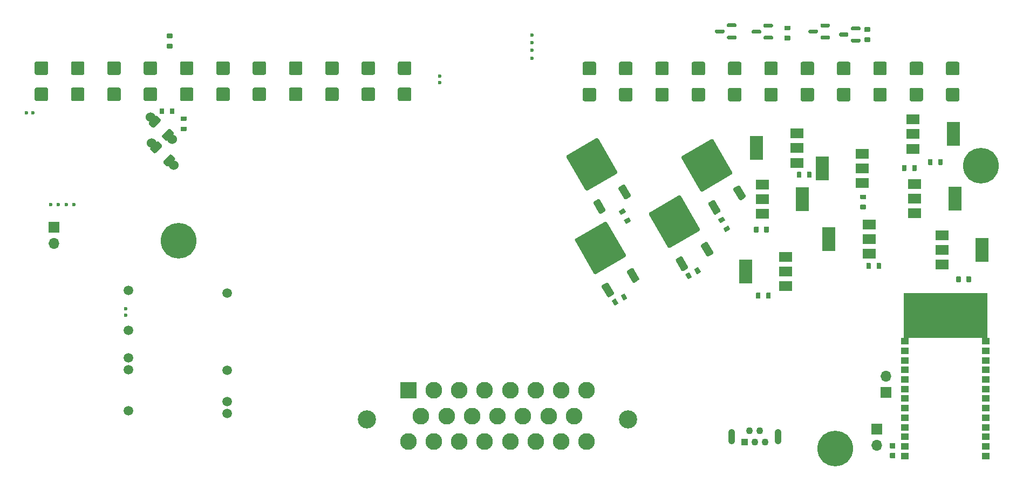
<source format=gts>
G04 #@! TF.GenerationSoftware,KiCad,Pcbnew,7.0.10-7.0.10~ubuntu22.04.1*
G04 #@! TF.CreationDate,2024-02-17T02:27:14+00:00*
G04 #@! TF.ProjectId,uaeficopiedtovfr,75616566-6963-46f7-9069-6564746f7666,rev?*
G04 #@! TF.SameCoordinates,Original*
G04 #@! TF.FileFunction,Soldermask,Top*
G04 #@! TF.FilePolarity,Negative*
%FSLAX46Y46*%
G04 Gerber Fmt 4.6, Leading zero omitted, Abs format (unit mm)*
G04 Created by KiCad (PCBNEW 7.0.10-7.0.10~ubuntu22.04.1) date 2024-02-17 02:27:14*
%MOMM*%
%LPD*%
G01*
G04 APERTURE LIST*
%ADD10C,0.120000*%
%ADD11R,2.000000X1.500000*%
%ADD12R,2.000000X3.800000*%
%ADD13C,5.600000*%
%ADD14R,1.700000X1.700000*%
%ADD15O,1.700000X1.700000*%
%ADD16C,0.600000*%
%ADD17C,1.500000*%
%ADD18C,2.850000*%
%ADD19R,2.625000X2.625000*%
%ADD20C,2.625000*%
%ADD21R,1.100000X1.100000*%
%ADD22C,1.100000*%
%ADD23O,1.100000X2.400000*%
%ADD24C,1.524000*%
%ADD25R,1.300000X1.000000*%
G04 APERTURE END LIST*
G04 #@! TO.C,U2*
D10*
X156759000Y22030000D02*
X143759000Y22030000D01*
X143759000Y29030000D01*
X156759000Y29030000D01*
X156759000Y22030000D01*
G36*
X156759000Y22030000D02*
G01*
X143759000Y22030000D01*
X143759000Y29030000D01*
X156759000Y29030000D01*
X156759000Y22030000D01*
G37*
G04 #@! TD*
D11*
G04 #@! TO.C,Q7*
X126954000Y49442000D03*
X126954000Y51742000D03*
X126954000Y54042000D03*
D12*
X120654000Y51742000D03*
G04 #@! TD*
G04 #@! TO.C,R32*
G36*
G01*
X149860000Y49943000D02*
X149860000Y49163000D01*
G75*
G02*
X149790000Y49093000I-70000J0D01*
G01*
X149230000Y49093000D01*
G75*
G02*
X149160000Y49163000I0J70000D01*
G01*
X149160000Y49943000D01*
G75*
G02*
X149230000Y50013000I70000J0D01*
G01*
X149790000Y50013000D01*
G75*
G02*
X149860000Y49943000I0J-70000D01*
G01*
G37*
G36*
G01*
X148260000Y49943000D02*
X148260000Y49163000D01*
G75*
G02*
X148190000Y49093000I-70000J0D01*
G01*
X147630000Y49093000D01*
G75*
G02*
X147560000Y49163000I0J70000D01*
G01*
X147560000Y49943000D01*
G75*
G02*
X147630000Y50013000I70000J0D01*
G01*
X148190000Y50013000D01*
G75*
G02*
X148260000Y49943000I0J-70000D01*
G01*
G37*
G04 #@! TD*
G04 #@! TO.C,R31*
G36*
G01*
X143477000Y48236928D02*
X143477000Y49016928D01*
G75*
G02*
X143547000Y49086928I70000J0D01*
G01*
X144107000Y49086928D01*
G75*
G02*
X144177000Y49016928I0J-70000D01*
G01*
X144177000Y48236928D01*
G75*
G02*
X144107000Y48166928I-70000J0D01*
G01*
X143547000Y48166928D01*
G75*
G02*
X143477000Y48236928I0J70000D01*
G01*
G37*
G36*
G01*
X145077000Y48236928D02*
X145077000Y49016928D01*
G75*
G02*
X145147000Y49086928I70000J0D01*
G01*
X145707000Y49086928D01*
G75*
G02*
X145777000Y49016928I0J-70000D01*
G01*
X145777000Y48236928D01*
G75*
G02*
X145707000Y48166928I-70000J0D01*
G01*
X145147000Y48166928D01*
G75*
G02*
X145077000Y48236928I0J70000D01*
G01*
G37*
G04 #@! TD*
G04 #@! TO.C,R29*
G36*
G01*
X137754928Y42142000D02*
X136974928Y42142000D01*
G75*
G02*
X136904928Y42212000I0J70000D01*
G01*
X136904928Y42772000D01*
G75*
G02*
X136974928Y42842000I70000J0D01*
G01*
X137754928Y42842000D01*
G75*
G02*
X137824928Y42772000I0J-70000D01*
G01*
X137824928Y42212000D01*
G75*
G02*
X137754928Y42142000I-70000J0D01*
G01*
G37*
G36*
G01*
X137754928Y43742000D02*
X136974928Y43742000D01*
G75*
G02*
X136904928Y43812000I0J70000D01*
G01*
X136904928Y44372000D01*
G75*
G02*
X136974928Y44442000I70000J0D01*
G01*
X137754928Y44442000D01*
G75*
G02*
X137824928Y44372000I0J-70000D01*
G01*
X137824928Y43812000D01*
G75*
G02*
X137754928Y43742000I-70000J0D01*
G01*
G37*
G04 #@! TD*
D11*
G04 #@! TO.C,Q9*
X125229000Y30059000D03*
X125229000Y32359000D03*
X125229000Y34659000D03*
D12*
X118929000Y32359000D03*
G04 #@! TD*
G04 #@! TO.C,Q1*
G36*
G01*
X114883109Y41670372D02*
X114276891Y41320372D01*
G75*
G02*
X113935385Y41411878I-125000J216506D01*
G01*
X113085385Y42884122D01*
G75*
G02*
X113176891Y43225628I216506J125000D01*
G01*
X113783109Y43575628D01*
G75*
G02*
X114124615Y43484122I125000J-216506D01*
G01*
X114974615Y42011878D01*
G75*
G02*
X114883109Y41670372I-216506J-125000D01*
G01*
G37*
G36*
G01*
X116749508Y47597680D02*
X112159569Y44947677D01*
G75*
G02*
X111818066Y45039182I-124999J216504D01*
G01*
X108868063Y50148737D01*
G75*
G02*
X108959569Y50490240I216504J124999D01*
G01*
X113549508Y53140243D01*
G75*
G02*
X113891010Y53048737I124998J-216504D01*
G01*
X116841013Y47939182D01*
G75*
G02*
X116749508Y47597680I-216504J-124998D01*
G01*
G37*
G36*
G01*
X118832185Y43950372D02*
X118225967Y43600372D01*
G75*
G02*
X117884461Y43691878I-125000J216506D01*
G01*
X117034461Y45164122D01*
G75*
G02*
X117125967Y45505628I216506J125000D01*
G01*
X117732185Y45855628D01*
G75*
G02*
X118073691Y45764122I125000J-216506D01*
G01*
X118923691Y44291878D01*
G75*
G02*
X118832185Y43950372I-216506J-125000D01*
G01*
G37*
G04 #@! TD*
G04 #@! TO.C,Q4*
G36*
G01*
X96852033Y41810372D02*
X96245815Y41460372D01*
G75*
G02*
X95904309Y41551878I-125000J216506D01*
G01*
X95054309Y43024122D01*
G75*
G02*
X95145815Y43365628I216506J125000D01*
G01*
X95752033Y43715628D01*
G75*
G02*
X96093539Y43624122I125000J-216506D01*
G01*
X96943539Y42151878D01*
G75*
G02*
X96852033Y41810372I-216506J-125000D01*
G01*
G37*
G36*
G01*
X98718432Y47737680D02*
X94128493Y45087677D01*
G75*
G02*
X93786990Y45179182I-124999J216504D01*
G01*
X90836987Y50288737D01*
G75*
G02*
X90928493Y50630240I216504J124999D01*
G01*
X95518432Y53280243D01*
G75*
G02*
X95859934Y53188737I124998J-216504D01*
G01*
X98809937Y48079182D01*
G75*
G02*
X98718432Y47737680I-216504J-124998D01*
G01*
G37*
G36*
G01*
X100801109Y44090372D02*
X100194891Y43740372D01*
G75*
G02*
X99853385Y43831878I-125000J216506D01*
G01*
X99003385Y45304122D01*
G75*
G02*
X99094891Y45645628I216506J125000D01*
G01*
X99701109Y45995628D01*
G75*
G02*
X100042615Y45904122I125000J-216506D01*
G01*
X100892615Y44431878D01*
G75*
G02*
X100801109Y44090372I-216506J-125000D01*
G01*
G37*
G04 #@! TD*
G04 #@! TO.C,R1*
G36*
G01*
X28957000Y67393000D02*
X28177000Y67393000D01*
G75*
G02*
X28107000Y67463000I0J70000D01*
G01*
X28107000Y68023000D01*
G75*
G02*
X28177000Y68093000I70000J0D01*
G01*
X28957000Y68093000D01*
G75*
G02*
X29027000Y68023000I0J-70000D01*
G01*
X29027000Y67463000D01*
G75*
G02*
X28957000Y67393000I-70000J0D01*
G01*
G37*
G36*
G01*
X28957000Y68993000D02*
X28177000Y68993000D01*
G75*
G02*
X28107000Y69063000I0J70000D01*
G01*
X28107000Y69623000D01*
G75*
G02*
X28177000Y69693000I70000J0D01*
G01*
X28957000Y69693000D01*
G75*
G02*
X29027000Y69623000I0J-70000D01*
G01*
X29027000Y69063000D01*
G75*
G02*
X28957000Y68993000I-70000J0D01*
G01*
G37*
G04 #@! TD*
D13*
G04 #@! TO.C,H2*
X29925000Y37242000D03*
G04 #@! TD*
G04 #@! TO.C,H1*
X155885000Y48938000D03*
G04 #@! TD*
D14*
G04 #@! TO.C,JP3*
X139494000Y7635000D03*
D15*
X139494000Y5095000D03*
G04 #@! TD*
G04 #@! TO.C,R30*
G36*
G01*
X140178000Y33631072D02*
X140178000Y32851072D01*
G75*
G02*
X140108000Y32781072I-70000J0D01*
G01*
X139548000Y32781072D01*
G75*
G02*
X139478000Y32851072I0J70000D01*
G01*
X139478000Y33631072D01*
G75*
G02*
X139548000Y33701072I70000J0D01*
G01*
X140108000Y33701072D01*
G75*
G02*
X140178000Y33631072I0J-70000D01*
G01*
G37*
G36*
G01*
X138578000Y33631072D02*
X138578000Y32851072D01*
G75*
G02*
X138508000Y32781072I-70000J0D01*
G01*
X137948000Y32781072D01*
G75*
G02*
X137878000Y32851072I0J70000D01*
G01*
X137878000Y33631072D01*
G75*
G02*
X137948000Y33701072I70000J0D01*
G01*
X138508000Y33701072D01*
G75*
G02*
X138578000Y33631072I0J-70000D01*
G01*
G37*
G04 #@! TD*
D16*
G04 #@! TO.C,M3*
X11118000Y42857000D03*
X9918000Y42857000D03*
X12318000Y42857000D03*
X13518000Y42857000D03*
X7058000Y57282000D03*
X6058000Y57282000D03*
G04 #@! TD*
G04 #@! TO.C,R2*
G36*
G01*
X29314000Y57922000D02*
X29314000Y57142000D01*
G75*
G02*
X29244000Y57072000I-70000J0D01*
G01*
X28684000Y57072000D01*
G75*
G02*
X28614000Y57142000I0J70000D01*
G01*
X28614000Y57922000D01*
G75*
G02*
X28684000Y57992000I70000J0D01*
G01*
X29244000Y57992000D01*
G75*
G02*
X29314000Y57922000I0J-70000D01*
G01*
G37*
G36*
G01*
X27714000Y57922000D02*
X27714000Y57142000D01*
G75*
G02*
X27644000Y57072000I-70000J0D01*
G01*
X27084000Y57072000D01*
G75*
G02*
X27014000Y57142000I0J70000D01*
G01*
X27014000Y57922000D01*
G75*
G02*
X27084000Y57992000I70000J0D01*
G01*
X27644000Y57992000D01*
G75*
G02*
X27714000Y57922000I0J-70000D01*
G01*
G37*
G04 #@! TD*
D11*
G04 #@! TO.C,Q14*
X138324000Y35162000D03*
X138324000Y37462000D03*
X138324000Y39762000D03*
D12*
X132024000Y37462000D03*
G04 #@! TD*
D14*
G04 #@! TO.C,JP2*
X10412000Y39352000D03*
D15*
X10412000Y36812000D03*
G04 #@! TD*
G04 #@! TO.C,Q3*
G36*
G01*
X109796109Y32814372D02*
X109189891Y32464372D01*
G75*
G02*
X108848385Y32555878I-125000J216506D01*
G01*
X107998385Y34028122D01*
G75*
G02*
X108089891Y34369628I216506J125000D01*
G01*
X108696109Y34719628D01*
G75*
G02*
X109037615Y34628122I125000J-216506D01*
G01*
X109887615Y33155878D01*
G75*
G02*
X109796109Y32814372I-216506J-125000D01*
G01*
G37*
G36*
G01*
X111662508Y38741680D02*
X107072569Y36091677D01*
G75*
G02*
X106731066Y36183182I-124999J216504D01*
G01*
X103781063Y41292737D01*
G75*
G02*
X103872569Y41634240I216504J124999D01*
G01*
X108462508Y44284243D01*
G75*
G02*
X108804010Y44192737I124998J-216504D01*
G01*
X111754013Y39083182D01*
G75*
G02*
X111662508Y38741680I-216504J-124998D01*
G01*
G37*
G36*
G01*
X113745185Y35094372D02*
X113138967Y34744372D01*
G75*
G02*
X112797461Y34835878I-125000J216506D01*
G01*
X111947461Y36308122D01*
G75*
G02*
X112038967Y36649628I216506J125000D01*
G01*
X112645185Y36999628D01*
G75*
G02*
X112986691Y36908122I125000J-216506D01*
G01*
X113836691Y35435878D01*
G75*
G02*
X113745185Y35094372I-216506J-125000D01*
G01*
G37*
G04 #@! TD*
D17*
G04 #@! TO.C,M1*
X22089005Y10557001D03*
X22089005Y16956998D03*
X22089005Y18857001D03*
X22089005Y23157001D03*
D16*
X21639006Y25556998D03*
X21639006Y26556999D03*
D17*
X22089005Y29407001D03*
X37589002Y10106999D03*
X37589002Y11956998D03*
X37589002Y16907001D03*
X37589002Y28956999D03*
G04 #@! TD*
G04 #@! TO.C,R26*
G36*
G01*
X125860000Y68649000D02*
X125080000Y68649000D01*
G75*
G02*
X125010000Y68719000I0J70000D01*
G01*
X125010000Y69279000D01*
G75*
G02*
X125080000Y69349000I70000J0D01*
G01*
X125860000Y69349000D01*
G75*
G02*
X125930000Y69279000I0J-70000D01*
G01*
X125930000Y68719000D01*
G75*
G02*
X125860000Y68649000I-70000J0D01*
G01*
G37*
G36*
G01*
X125860000Y70249000D02*
X125080000Y70249000D01*
G75*
G02*
X125010000Y70319000I0J70000D01*
G01*
X125010000Y70879000D01*
G75*
G02*
X125080000Y70949000I70000J0D01*
G01*
X125860000Y70949000D01*
G75*
G02*
X125930000Y70879000I0J-70000D01*
G01*
X125930000Y70319000D01*
G75*
G02*
X125860000Y70249000I-70000J0D01*
G01*
G37*
G04 #@! TD*
D11*
G04 #@! TO.C,Q13*
X137258000Y46252000D03*
X137258000Y48552000D03*
X137258000Y50852000D03*
D12*
X130958000Y48552000D03*
G04 #@! TD*
D11*
G04 #@! TO.C,Q8*
X121556000Y46011000D03*
X121556000Y43711000D03*
X121556000Y41411000D03*
D12*
X127856000Y43711000D03*
G04 #@! TD*
G04 #@! TO.C,C1*
G36*
G01*
X142344994Y3064999D02*
X141664994Y3064999D01*
G75*
G02*
X141579994Y3149999I0J85000D01*
G01*
X141579994Y3829999D01*
G75*
G02*
X141664994Y3914999I85000J0D01*
G01*
X142344994Y3914999D01*
G75*
G02*
X142429994Y3829999I0J-85000D01*
G01*
X142429994Y3149999D01*
G75*
G02*
X142344994Y3064999I-85000J0D01*
G01*
G37*
G36*
G01*
X142344994Y4645001D02*
X141664994Y4645001D01*
G75*
G02*
X141579994Y4730001I0J85000D01*
G01*
X141579994Y5410001D01*
G75*
G02*
X141664994Y5495001I85000J0D01*
G01*
X142344994Y5495001D01*
G75*
G02*
X142429994Y5410001I0J-85000D01*
G01*
X142429994Y4730001D01*
G75*
G02*
X142344994Y4645001I-85000J0D01*
G01*
G37*
G04 #@! TD*
G04 #@! TO.C,R10*
G36*
G01*
X98353071Y27066250D02*
X97963071Y27741750D01*
G75*
G02*
X97988693Y27837372I60622J35000D01*
G01*
X98473667Y28117372D01*
G75*
G02*
X98569289Y28091750I35000J-60622D01*
G01*
X98959289Y27416250D01*
G75*
G02*
X98933667Y27320628I-60622J-35000D01*
G01*
X98448693Y27040628D01*
G75*
G02*
X98353071Y27066250I-35000J60622D01*
G01*
G37*
G36*
G01*
X99738711Y27866250D02*
X99348711Y28541750D01*
G75*
G02*
X99374333Y28637372I60622J35000D01*
G01*
X99859307Y28917372D01*
G75*
G02*
X99954929Y28891750I35000J-60622D01*
G01*
X100344929Y28216250D01*
G75*
G02*
X100319307Y28120628I-60622J-35000D01*
G01*
X99834333Y27840628D01*
G75*
G02*
X99738711Y27866250I-35000J60622D01*
G01*
G37*
G04 #@! TD*
G04 #@! TO.C,R22*
G36*
G01*
X120254000Y38585928D02*
X120254000Y39365928D01*
G75*
G02*
X120324000Y39435928I70000J0D01*
G01*
X120884000Y39435928D01*
G75*
G02*
X120954000Y39365928I0J-70000D01*
G01*
X120954000Y38585928D01*
G75*
G02*
X120884000Y38515928I-70000J0D01*
G01*
X120324000Y38515928D01*
G75*
G02*
X120254000Y38585928I0J70000D01*
G01*
G37*
G36*
G01*
X121854000Y38585928D02*
X121854000Y39365928D01*
G75*
G02*
X121924000Y39435928I70000J0D01*
G01*
X122484000Y39435928D01*
G75*
G02*
X122554000Y39365928I0J-70000D01*
G01*
X122554000Y38585928D01*
G75*
G02*
X122484000Y38515928I-70000J0D01*
G01*
X121924000Y38515928D01*
G75*
G02*
X121854000Y38585928I0J70000D01*
G01*
G37*
G04 #@! TD*
G04 #@! TO.C,R11*
G36*
G01*
X109890071Y31201250D02*
X109500071Y31876750D01*
G75*
G02*
X109525693Y31972372I60622J35000D01*
G01*
X110010667Y32252372D01*
G75*
G02*
X110106289Y32226750I35000J-60622D01*
G01*
X110496289Y31551250D01*
G75*
G02*
X110470667Y31455628I-60622J-35000D01*
G01*
X109985693Y31175628D01*
G75*
G02*
X109890071Y31201250I-35000J60622D01*
G01*
G37*
G36*
G01*
X111275711Y32001250D02*
X110885711Y32676750D01*
G75*
G02*
X110911333Y32772372I60622J35000D01*
G01*
X111396307Y33052372D01*
G75*
G02*
X111491929Y33026750I35000J-60622D01*
G01*
X111881929Y32351250D01*
G75*
G02*
X111856307Y32255628I-60622J-35000D01*
G01*
X111371333Y31975628D01*
G75*
G02*
X111275711Y32001250I-35000J60622D01*
G01*
G37*
G04 #@! TD*
D18*
G04 #@! TO.C,J4*
X59507000Y9220000D03*
X100507000Y9220000D03*
D19*
X66007000Y13720000D03*
D20*
X70007000Y13720000D03*
X74007000Y13720000D03*
X78007000Y13720000D03*
X82007000Y13720000D03*
X86007000Y13720000D03*
X90007000Y13720000D03*
X94007000Y13720000D03*
X68007000Y9720000D03*
X72007000Y9720000D03*
X76007000Y9720000D03*
X80007000Y9720000D03*
X84007000Y9720000D03*
X88007000Y9720000D03*
X92007000Y9720000D03*
X66007000Y5720000D03*
X70007000Y5720000D03*
X74007000Y5720000D03*
X78007000Y5720000D03*
X82007000Y5720000D03*
X86007000Y5720000D03*
X90007000Y5720000D03*
X94007000Y5720000D03*
G04 #@! TD*
G04 #@! TO.C,Q2*
G36*
G01*
X98171571Y28713065D02*
X97565353Y28363065D01*
G75*
G02*
X97223847Y28454571I-125000J216506D01*
G01*
X96373847Y29926815D01*
G75*
G02*
X96465353Y30268321I216506J125000D01*
G01*
X97071571Y30618321D01*
G75*
G02*
X97413077Y30526815I125000J-216506D01*
G01*
X98263077Y29054571D01*
G75*
G02*
X98171571Y28713065I-216506J-125000D01*
G01*
G37*
G36*
G01*
X100037970Y34640373D02*
X95448031Y31990370D01*
G75*
G02*
X95106528Y32081875I-124999J216504D01*
G01*
X92156525Y37191430D01*
G75*
G02*
X92248031Y37532933I216504J124999D01*
G01*
X96837970Y40182936D01*
G75*
G02*
X97179472Y40091430I124998J-216504D01*
G01*
X100129475Y34981875D01*
G75*
G02*
X100037970Y34640373I-216504J-124998D01*
G01*
G37*
G36*
G01*
X102120647Y30993065D02*
X101514429Y30643065D01*
G75*
G02*
X101172923Y30734571I-125000J216506D01*
G01*
X100322923Y32206815D01*
G75*
G02*
X100414429Y32548321I216506J125000D01*
G01*
X101020647Y32898321D01*
G75*
G02*
X101362153Y32806815I125000J-216506D01*
G01*
X102212153Y31334571D01*
G75*
G02*
X102120647Y30993065I-216506J-125000D01*
G01*
G37*
G04 #@! TD*
G04 #@! TO.C,U1*
G36*
G01*
X150375000Y59331001D02*
X150375000Y60930999D01*
G75*
G02*
X150625001Y61181000I250001J0D01*
G01*
X152224999Y61181000D01*
G75*
G02*
X152475000Y60930999I0J-250001D01*
G01*
X152475000Y59331001D01*
G75*
G02*
X152224999Y59081000I-250001J0D01*
G01*
X150625001Y59081000D01*
G75*
G02*
X150375000Y59331001I0J250001D01*
G01*
G37*
G36*
G01*
X144675000Y59331001D02*
X144675000Y60930999D01*
G75*
G02*
X144925001Y61181000I250001J0D01*
G01*
X146524999Y61181000D01*
G75*
G02*
X146775000Y60930999I0J-250001D01*
G01*
X146775000Y59331001D01*
G75*
G02*
X146524999Y59081000I-250001J0D01*
G01*
X144925001Y59081000D01*
G75*
G02*
X144675000Y59331001I0J250001D01*
G01*
G37*
G36*
G01*
X138975000Y59331001D02*
X138975000Y60930999D01*
G75*
G02*
X139225001Y61181000I250001J0D01*
G01*
X140824999Y61181000D01*
G75*
G02*
X141075000Y60930999I0J-250001D01*
G01*
X141075000Y59331001D01*
G75*
G02*
X140824999Y59081000I-250001J0D01*
G01*
X139225001Y59081000D01*
G75*
G02*
X138975000Y59331001I0J250001D01*
G01*
G37*
G36*
G01*
X133275000Y59331001D02*
X133275000Y60930999D01*
G75*
G02*
X133525001Y61181000I250001J0D01*
G01*
X135124999Y61181000D01*
G75*
G02*
X135375000Y60930999I0J-250001D01*
G01*
X135375000Y59331001D01*
G75*
G02*
X135124999Y59081000I-250001J0D01*
G01*
X133525001Y59081000D01*
G75*
G02*
X133275000Y59331001I0J250001D01*
G01*
G37*
G36*
G01*
X127575000Y59331001D02*
X127575000Y60930999D01*
G75*
G02*
X127825001Y61181000I250001J0D01*
G01*
X129424999Y61181000D01*
G75*
G02*
X129675000Y60930999I0J-250001D01*
G01*
X129675000Y59331001D01*
G75*
G02*
X129424999Y59081000I-250001J0D01*
G01*
X127825001Y59081000D01*
G75*
G02*
X127575000Y59331001I0J250001D01*
G01*
G37*
G36*
G01*
X121875000Y59331001D02*
X121875000Y60930999D01*
G75*
G02*
X122125001Y61181000I250001J0D01*
G01*
X123724999Y61181000D01*
G75*
G02*
X123975000Y60930999I0J-250001D01*
G01*
X123975000Y59331001D01*
G75*
G02*
X123724999Y59081000I-250001J0D01*
G01*
X122125001Y59081000D01*
G75*
G02*
X121875000Y59331001I0J250001D01*
G01*
G37*
G36*
G01*
X116175000Y59331001D02*
X116175000Y60930999D01*
G75*
G02*
X116425001Y61181000I250001J0D01*
G01*
X118024999Y61181000D01*
G75*
G02*
X118275000Y60930999I0J-250001D01*
G01*
X118275000Y59331001D01*
G75*
G02*
X118024999Y59081000I-250001J0D01*
G01*
X116425001Y59081000D01*
G75*
G02*
X116175000Y59331001I0J250001D01*
G01*
G37*
G36*
G01*
X110475000Y59331001D02*
X110475000Y60930999D01*
G75*
G02*
X110725001Y61181000I250001J0D01*
G01*
X112324999Y61181000D01*
G75*
G02*
X112575000Y60930999I0J-250001D01*
G01*
X112575000Y59331001D01*
G75*
G02*
X112324999Y59081000I-250001J0D01*
G01*
X110725001Y59081000D01*
G75*
G02*
X110475000Y59331001I0J250001D01*
G01*
G37*
G36*
G01*
X104775000Y59331001D02*
X104775000Y60930999D01*
G75*
G02*
X105025001Y61181000I250001J0D01*
G01*
X106624999Y61181000D01*
G75*
G02*
X106875000Y60930999I0J-250001D01*
G01*
X106875000Y59331001D01*
G75*
G02*
X106624999Y59081000I-250001J0D01*
G01*
X105025001Y59081000D01*
G75*
G02*
X104775000Y59331001I0J250001D01*
G01*
G37*
G36*
G01*
X99075000Y59331001D02*
X99075000Y60930999D01*
G75*
G02*
X99325001Y61181000I250001J0D01*
G01*
X100924999Y61181000D01*
G75*
G02*
X101175000Y60930999I0J-250001D01*
G01*
X101175000Y59331001D01*
G75*
G02*
X100924999Y59081000I-250001J0D01*
G01*
X99325001Y59081000D01*
G75*
G02*
X99075000Y59331001I0J250001D01*
G01*
G37*
G36*
G01*
X93375000Y59331001D02*
X93375000Y60930999D01*
G75*
G02*
X93625001Y61181000I250001J0D01*
G01*
X95224999Y61181000D01*
G75*
G02*
X95475000Y60930999I0J-250001D01*
G01*
X95475000Y59331001D01*
G75*
G02*
X95224999Y59081000I-250001J0D01*
G01*
X93625001Y59081000D01*
G75*
G02*
X93375000Y59331001I0J250001D01*
G01*
G37*
G36*
G01*
X150375000Y63431001D02*
X150375000Y65030999D01*
G75*
G02*
X150625001Y65281000I250001J0D01*
G01*
X152224999Y65281000D01*
G75*
G02*
X152475000Y65030999I0J-250001D01*
G01*
X152475000Y63431001D01*
G75*
G02*
X152224999Y63181000I-250001J0D01*
G01*
X150625001Y63181000D01*
G75*
G02*
X150375000Y63431001I0J250001D01*
G01*
G37*
G36*
G01*
X144675000Y63431001D02*
X144675000Y65030999D01*
G75*
G02*
X144925001Y65281000I250001J0D01*
G01*
X146524999Y65281000D01*
G75*
G02*
X146775000Y65030999I0J-250001D01*
G01*
X146775000Y63431001D01*
G75*
G02*
X146524999Y63181000I-250001J0D01*
G01*
X144925001Y63181000D01*
G75*
G02*
X144675000Y63431001I0J250001D01*
G01*
G37*
G36*
G01*
X138975000Y63431001D02*
X138975000Y65030999D01*
G75*
G02*
X139225001Y65281000I250001J0D01*
G01*
X140824999Y65281000D01*
G75*
G02*
X141075000Y65030999I0J-250001D01*
G01*
X141075000Y63431001D01*
G75*
G02*
X140824999Y63181000I-250001J0D01*
G01*
X139225001Y63181000D01*
G75*
G02*
X138975000Y63431001I0J250001D01*
G01*
G37*
G36*
G01*
X133275000Y63431001D02*
X133275000Y65030999D01*
G75*
G02*
X133525001Y65281000I250001J0D01*
G01*
X135124999Y65281000D01*
G75*
G02*
X135375000Y65030999I0J-250001D01*
G01*
X135375000Y63431001D01*
G75*
G02*
X135124999Y63181000I-250001J0D01*
G01*
X133525001Y63181000D01*
G75*
G02*
X133275000Y63431001I0J250001D01*
G01*
G37*
G36*
G01*
X127575000Y63431001D02*
X127575000Y65030999D01*
G75*
G02*
X127825001Y65281000I250001J0D01*
G01*
X129424999Y65281000D01*
G75*
G02*
X129675000Y65030999I0J-250001D01*
G01*
X129675000Y63431001D01*
G75*
G02*
X129424999Y63181000I-250001J0D01*
G01*
X127825001Y63181000D01*
G75*
G02*
X127575000Y63431001I0J250001D01*
G01*
G37*
G36*
G01*
X121875000Y63431001D02*
X121875000Y65030999D01*
G75*
G02*
X122125001Y65281000I250001J0D01*
G01*
X123724999Y65281000D01*
G75*
G02*
X123975000Y65030999I0J-250001D01*
G01*
X123975000Y63431001D01*
G75*
G02*
X123724999Y63181000I-250001J0D01*
G01*
X122125001Y63181000D01*
G75*
G02*
X121875000Y63431001I0J250001D01*
G01*
G37*
G36*
G01*
X116175000Y63431001D02*
X116175000Y65030999D01*
G75*
G02*
X116425001Y65281000I250001J0D01*
G01*
X118024999Y65281000D01*
G75*
G02*
X118275000Y65030999I0J-250001D01*
G01*
X118275000Y63431001D01*
G75*
G02*
X118024999Y63181000I-250001J0D01*
G01*
X116425001Y63181000D01*
G75*
G02*
X116175000Y63431001I0J250001D01*
G01*
G37*
G36*
G01*
X110475000Y63431001D02*
X110475000Y65030999D01*
G75*
G02*
X110725001Y65281000I250001J0D01*
G01*
X112324999Y65281000D01*
G75*
G02*
X112575000Y65030999I0J-250001D01*
G01*
X112575000Y63431001D01*
G75*
G02*
X112324999Y63181000I-250001J0D01*
G01*
X110725001Y63181000D01*
G75*
G02*
X110475000Y63431001I0J250001D01*
G01*
G37*
G36*
G01*
X104775000Y63431001D02*
X104775000Y65030999D01*
G75*
G02*
X105025001Y65281000I250001J0D01*
G01*
X106624999Y65281000D01*
G75*
G02*
X106875000Y65030999I0J-250001D01*
G01*
X106875000Y63431001D01*
G75*
G02*
X106624999Y63181000I-250001J0D01*
G01*
X105025001Y63181000D01*
G75*
G02*
X104775000Y63431001I0J250001D01*
G01*
G37*
G36*
G01*
X99075000Y63431001D02*
X99075000Y65030999D01*
G75*
G02*
X99325001Y65281000I250001J0D01*
G01*
X100924999Y65281000D01*
G75*
G02*
X101175000Y65030999I0J-250001D01*
G01*
X101175000Y63431001D01*
G75*
G02*
X100924999Y63181000I-250001J0D01*
G01*
X99325001Y63181000D01*
G75*
G02*
X99075000Y63431001I0J250001D01*
G01*
G37*
G36*
G01*
X93375000Y63431001D02*
X93375000Y65030999D01*
G75*
G02*
X93625001Y65281000I250001J0D01*
G01*
X95224999Y65281000D01*
G75*
G02*
X95475000Y65030999I0J-250001D01*
G01*
X95475000Y63431001D01*
G75*
G02*
X95224999Y63181000I-250001J0D01*
G01*
X93625001Y63181000D01*
G75*
G02*
X93375000Y63431001I0J250001D01*
G01*
G37*
G36*
G01*
X64375000Y59381001D02*
X64375000Y60980999D01*
G75*
G02*
X64625001Y61231000I250001J0D01*
G01*
X66224999Y61231000D01*
G75*
G02*
X66475000Y60980999I0J-250001D01*
G01*
X66475000Y59381001D01*
G75*
G02*
X66224999Y59131000I-250001J0D01*
G01*
X64625001Y59131000D01*
G75*
G02*
X64375000Y59381001I0J250001D01*
G01*
G37*
G36*
G01*
X58675000Y59381001D02*
X58675000Y60980999D01*
G75*
G02*
X58925001Y61231000I250001J0D01*
G01*
X60524999Y61231000D01*
G75*
G02*
X60775000Y60980999I0J-250001D01*
G01*
X60775000Y59381001D01*
G75*
G02*
X60524999Y59131000I-250001J0D01*
G01*
X58925001Y59131000D01*
G75*
G02*
X58675000Y59381001I0J250001D01*
G01*
G37*
G36*
G01*
X52975000Y59381001D02*
X52975000Y60980999D01*
G75*
G02*
X53225001Y61231000I250001J0D01*
G01*
X54824999Y61231000D01*
G75*
G02*
X55075000Y60980999I0J-250001D01*
G01*
X55075000Y59381001D01*
G75*
G02*
X54824999Y59131000I-250001J0D01*
G01*
X53225001Y59131000D01*
G75*
G02*
X52975000Y59381001I0J250001D01*
G01*
G37*
G36*
G01*
X47275000Y59381001D02*
X47275000Y60980999D01*
G75*
G02*
X47525001Y61231000I250001J0D01*
G01*
X49124999Y61231000D01*
G75*
G02*
X49375000Y60980999I0J-250001D01*
G01*
X49375000Y59381001D01*
G75*
G02*
X49124999Y59131000I-250001J0D01*
G01*
X47525001Y59131000D01*
G75*
G02*
X47275000Y59381001I0J250001D01*
G01*
G37*
G36*
G01*
X41575000Y59381001D02*
X41575000Y60980999D01*
G75*
G02*
X41825001Y61231000I250001J0D01*
G01*
X43424999Y61231000D01*
G75*
G02*
X43675000Y60980999I0J-250001D01*
G01*
X43675000Y59381001D01*
G75*
G02*
X43424999Y59131000I-250001J0D01*
G01*
X41825001Y59131000D01*
G75*
G02*
X41575000Y59381001I0J250001D01*
G01*
G37*
G36*
G01*
X35875000Y59381001D02*
X35875000Y60980999D01*
G75*
G02*
X36125001Y61231000I250001J0D01*
G01*
X37724999Y61231000D01*
G75*
G02*
X37975000Y60980999I0J-250001D01*
G01*
X37975000Y59381001D01*
G75*
G02*
X37724999Y59131000I-250001J0D01*
G01*
X36125001Y59131000D01*
G75*
G02*
X35875000Y59381001I0J250001D01*
G01*
G37*
G36*
G01*
X30175000Y59381001D02*
X30175000Y60980999D01*
G75*
G02*
X30425001Y61231000I250001J0D01*
G01*
X32024999Y61231000D01*
G75*
G02*
X32275000Y60980999I0J-250001D01*
G01*
X32275000Y59381001D01*
G75*
G02*
X32024999Y59131000I-250001J0D01*
G01*
X30425001Y59131000D01*
G75*
G02*
X30175000Y59381001I0J250001D01*
G01*
G37*
G36*
G01*
X24475000Y59381001D02*
X24475000Y60980999D01*
G75*
G02*
X24725001Y61231000I250001J0D01*
G01*
X26324999Y61231000D01*
G75*
G02*
X26575000Y60980999I0J-250001D01*
G01*
X26575000Y59381001D01*
G75*
G02*
X26324999Y59131000I-250001J0D01*
G01*
X24725001Y59131000D01*
G75*
G02*
X24475000Y59381001I0J250001D01*
G01*
G37*
G36*
G01*
X18775000Y59381001D02*
X18775000Y60980999D01*
G75*
G02*
X19025001Y61231000I250001J0D01*
G01*
X20624999Y61231000D01*
G75*
G02*
X20875000Y60980999I0J-250001D01*
G01*
X20875000Y59381001D01*
G75*
G02*
X20624999Y59131000I-250001J0D01*
G01*
X19025001Y59131000D01*
G75*
G02*
X18775000Y59381001I0J250001D01*
G01*
G37*
G36*
G01*
X13075000Y59381001D02*
X13075000Y60980999D01*
G75*
G02*
X13325001Y61231000I250001J0D01*
G01*
X14924999Y61231000D01*
G75*
G02*
X15175000Y60980999I0J-250001D01*
G01*
X15175000Y59381001D01*
G75*
G02*
X14924999Y59131000I-250001J0D01*
G01*
X13325001Y59131000D01*
G75*
G02*
X13075000Y59381001I0J250001D01*
G01*
G37*
G36*
G01*
X7375000Y59381001D02*
X7375000Y60980999D01*
G75*
G02*
X7625001Y61231000I250001J0D01*
G01*
X9224999Y61231000D01*
G75*
G02*
X9475000Y60980999I0J-250001D01*
G01*
X9475000Y59381001D01*
G75*
G02*
X9224999Y59131000I-250001J0D01*
G01*
X7625001Y59131000D01*
G75*
G02*
X7375000Y59381001I0J250001D01*
G01*
G37*
G36*
G01*
X64375000Y63481001D02*
X64375000Y65080999D01*
G75*
G02*
X64625001Y65331000I250001J0D01*
G01*
X66224999Y65331000D01*
G75*
G02*
X66475000Y65080999I0J-250001D01*
G01*
X66475000Y63481001D01*
G75*
G02*
X66224999Y63231000I-250001J0D01*
G01*
X64625001Y63231000D01*
G75*
G02*
X64375000Y63481001I0J250001D01*
G01*
G37*
G36*
G01*
X58675000Y63481001D02*
X58675000Y65080999D01*
G75*
G02*
X58925001Y65331000I250001J0D01*
G01*
X60524999Y65331000D01*
G75*
G02*
X60775000Y65080999I0J-250001D01*
G01*
X60775000Y63481001D01*
G75*
G02*
X60524999Y63231000I-250001J0D01*
G01*
X58925001Y63231000D01*
G75*
G02*
X58675000Y63481001I0J250001D01*
G01*
G37*
G36*
G01*
X52975000Y63481001D02*
X52975000Y65080999D01*
G75*
G02*
X53225001Y65331000I250001J0D01*
G01*
X54824999Y65331000D01*
G75*
G02*
X55075000Y65080999I0J-250001D01*
G01*
X55075000Y63481001D01*
G75*
G02*
X54824999Y63231000I-250001J0D01*
G01*
X53225001Y63231000D01*
G75*
G02*
X52975000Y63481001I0J250001D01*
G01*
G37*
G36*
G01*
X47275000Y63481001D02*
X47275000Y65080999D01*
G75*
G02*
X47525001Y65331000I250001J0D01*
G01*
X49124999Y65331000D01*
G75*
G02*
X49375000Y65080999I0J-250001D01*
G01*
X49375000Y63481001D01*
G75*
G02*
X49124999Y63231000I-250001J0D01*
G01*
X47525001Y63231000D01*
G75*
G02*
X47275000Y63481001I0J250001D01*
G01*
G37*
G36*
G01*
X41575000Y63481001D02*
X41575000Y65080999D01*
G75*
G02*
X41825001Y65331000I250001J0D01*
G01*
X43424999Y65331000D01*
G75*
G02*
X43675000Y65080999I0J-250001D01*
G01*
X43675000Y63481001D01*
G75*
G02*
X43424999Y63231000I-250001J0D01*
G01*
X41825001Y63231000D01*
G75*
G02*
X41575000Y63481001I0J250001D01*
G01*
G37*
G36*
G01*
X35875000Y63481001D02*
X35875000Y65080999D01*
G75*
G02*
X36125001Y65331000I250001J0D01*
G01*
X37724999Y65331000D01*
G75*
G02*
X37975000Y65080999I0J-250001D01*
G01*
X37975000Y63481001D01*
G75*
G02*
X37724999Y63231000I-250001J0D01*
G01*
X36125001Y63231000D01*
G75*
G02*
X35875000Y63481001I0J250001D01*
G01*
G37*
G36*
G01*
X30175000Y63481001D02*
X30175000Y65080999D01*
G75*
G02*
X30425001Y65331000I250001J0D01*
G01*
X32024999Y65331000D01*
G75*
G02*
X32275000Y65080999I0J-250001D01*
G01*
X32275000Y63481001D01*
G75*
G02*
X32024999Y63231000I-250001J0D01*
G01*
X30425001Y63231000D01*
G75*
G02*
X30175000Y63481001I0J250001D01*
G01*
G37*
G36*
G01*
X24475000Y63481001D02*
X24475000Y65080999D01*
G75*
G02*
X24725001Y65331000I250001J0D01*
G01*
X26324999Y65331000D01*
G75*
G02*
X26575000Y65080999I0J-250001D01*
G01*
X26575000Y63481001D01*
G75*
G02*
X26324999Y63231000I-250001J0D01*
G01*
X24725001Y63231000D01*
G75*
G02*
X24475000Y63481001I0J250001D01*
G01*
G37*
G36*
G01*
X18775000Y63481001D02*
X18775000Y65080999D01*
G75*
G02*
X19025001Y65331000I250001J0D01*
G01*
X20624999Y65331000D01*
G75*
G02*
X20875000Y65080999I0J-250001D01*
G01*
X20875000Y63481001D01*
G75*
G02*
X20624999Y63231000I-250001J0D01*
G01*
X19025001Y63231000D01*
G75*
G02*
X18775000Y63481001I0J250001D01*
G01*
G37*
G36*
G01*
X13075000Y63481001D02*
X13075000Y65080999D01*
G75*
G02*
X13325001Y65331000I250001J0D01*
G01*
X14924999Y65331000D01*
G75*
G02*
X15175000Y65080999I0J-250001D01*
G01*
X15175000Y63481001D01*
G75*
G02*
X14924999Y63231000I-250001J0D01*
G01*
X13325001Y63231000D01*
G75*
G02*
X13075000Y63481001I0J250001D01*
G01*
G37*
G36*
G01*
X7375000Y63481001D02*
X7375000Y65080999D01*
G75*
G02*
X7625001Y65331000I250001J0D01*
G01*
X9224999Y65331000D01*
G75*
G02*
X9475000Y65080999I0J-250001D01*
G01*
X9475000Y63481001D01*
G75*
G02*
X9224999Y63231000I-250001J0D01*
G01*
X7625001Y63231000D01*
G75*
G02*
X7375000Y63481001I0J250001D01*
G01*
G37*
G04 #@! TD*
D16*
G04 #@! TO.C,M4*
X85383000Y67056000D03*
X85383000Y65856000D03*
X85383000Y68256000D03*
X85383000Y69456000D03*
X70958000Y62996000D03*
X70958000Y61996000D03*
G04 #@! TD*
G04 #@! TO.C,R21*
G36*
G01*
X129276000Y47948000D02*
X129276000Y47168000D01*
G75*
G02*
X129206000Y47098000I-70000J0D01*
G01*
X128646000Y47098000D01*
G75*
G02*
X128576000Y47168000I0J70000D01*
G01*
X128576000Y47948000D01*
G75*
G02*
X128646000Y48018000I70000J0D01*
G01*
X129206000Y48018000D01*
G75*
G02*
X129276000Y47948000I0J-70000D01*
G01*
G37*
G36*
G01*
X127676000Y47948000D02*
X127676000Y47168000D01*
G75*
G02*
X127606000Y47098000I-70000J0D01*
G01*
X127046000Y47098000D01*
G75*
G02*
X126976000Y47168000I0J70000D01*
G01*
X126976000Y47948000D01*
G75*
G02*
X127046000Y48018000I70000J0D01*
G01*
X127606000Y48018000D01*
G75*
G02*
X127676000Y47948000I0J-70000D01*
G01*
G37*
G04 #@! TD*
G04 #@! TO.C,R24*
G36*
G01*
X154292000Y31558000D02*
X154292000Y30778000D01*
G75*
G02*
X154222000Y30708000I-70000J0D01*
G01*
X153662000Y30708000D01*
G75*
G02*
X153592000Y30778000I0J70000D01*
G01*
X153592000Y31558000D01*
G75*
G02*
X153662000Y31628000I70000J0D01*
G01*
X154222000Y31628000D01*
G75*
G02*
X154292000Y31558000I0J-70000D01*
G01*
G37*
G36*
G01*
X152692000Y31558000D02*
X152692000Y30778000D01*
G75*
G02*
X152622000Y30708000I-70000J0D01*
G01*
X152062000Y30708000D01*
G75*
G02*
X151992000Y30778000I0J70000D01*
G01*
X151992000Y31558000D01*
G75*
G02*
X152062000Y31628000I70000J0D01*
G01*
X152622000Y31628000D01*
G75*
G02*
X152692000Y31558000I0J-70000D01*
G01*
G37*
G04 #@! TD*
D13*
G04 #@! TO.C,H1*
X132964000Y4651000D03*
G04 #@! TD*
D14*
G04 #@! TO.C,JP1*
X140970000Y13451000D03*
D15*
X140970000Y15991000D03*
G04 #@! TD*
G04 #@! TO.C,D7*
G36*
G01*
X117495000Y69249000D02*
X117495000Y68949000D01*
G75*
G02*
X117345000Y68799000I-150000J0D01*
G01*
X116170000Y68799000D01*
G75*
G02*
X116020000Y68949000I0J150000D01*
G01*
X116020000Y69249000D01*
G75*
G02*
X116170000Y69399000I150000J0D01*
G01*
X117345000Y69399000D01*
G75*
G02*
X117495000Y69249000I0J-150000D01*
G01*
G37*
G36*
G01*
X115620000Y70199000D02*
X115620000Y69899000D01*
G75*
G02*
X115470000Y69749000I-150000J0D01*
G01*
X114295000Y69749000D01*
G75*
G02*
X114145000Y69899000I0J150000D01*
G01*
X114145000Y70199000D01*
G75*
G02*
X114295000Y70349000I150000J0D01*
G01*
X115470000Y70349000D01*
G75*
G02*
X115620000Y70199000I0J-150000D01*
G01*
G37*
G36*
G01*
X117495000Y71149000D02*
X117495000Y70849000D01*
G75*
G02*
X117345000Y70699000I-150000J0D01*
G01*
X116170000Y70699000D01*
G75*
G02*
X116020000Y70849000I0J150000D01*
G01*
X116020000Y71149000D01*
G75*
G02*
X116170000Y71299000I150000J0D01*
G01*
X117345000Y71299000D01*
G75*
G02*
X117495000Y71149000I0J-150000D01*
G01*
G37*
G04 #@! TD*
D11*
G04 #@! TO.C,Q15*
X145484000Y46095000D03*
X145484000Y43795000D03*
X145484000Y41495000D03*
D12*
X151784000Y43795000D03*
G04 #@! TD*
D21*
G04 #@! TO.C,J8*
X118752000Y5627000D03*
D22*
X119552000Y7377000D03*
X120352000Y5627000D03*
X121152000Y7377000D03*
X121952000Y5627000D03*
D23*
X116702000Y6502000D03*
X124002000Y6502000D03*
G04 #@! TD*
G04 #@! TO.C,R25*
G36*
G01*
X138410000Y68399000D02*
X137630000Y68399000D01*
G75*
G02*
X137560000Y68469000I0J70000D01*
G01*
X137560000Y69029000D01*
G75*
G02*
X137630000Y69099000I70000J0D01*
G01*
X138410000Y69099000D01*
G75*
G02*
X138480000Y69029000I0J-70000D01*
G01*
X138480000Y68469000D01*
G75*
G02*
X138410000Y68399000I-70000J0D01*
G01*
G37*
G36*
G01*
X138410000Y69999000D02*
X137630000Y69999000D01*
G75*
G02*
X137560000Y70069000I0J70000D01*
G01*
X137560000Y70629000D01*
G75*
G02*
X137630000Y70699000I70000J0D01*
G01*
X138410000Y70699000D01*
G75*
G02*
X138480000Y70629000I0J-70000D01*
G01*
X138480000Y70069000D01*
G75*
G02*
X138410000Y69999000I-70000J0D01*
G01*
G37*
G04 #@! TD*
G04 #@! TO.C,R9*
G36*
G01*
X114665250Y40583929D02*
X115340750Y40973929D01*
G75*
G02*
X115436372Y40948307I35000J-60622D01*
G01*
X115716372Y40463333D01*
G75*
G02*
X115690750Y40367711I-60622J-35000D01*
G01*
X115015250Y39977711D01*
G75*
G02*
X114919628Y40003333I-35000J60622D01*
G01*
X114639628Y40488307D01*
G75*
G02*
X114665250Y40583929I60622J35000D01*
G01*
G37*
G36*
G01*
X115465250Y39198289D02*
X116140750Y39588289D01*
G75*
G02*
X116236372Y39562667I35000J-60622D01*
G01*
X116516372Y39077693D01*
G75*
G02*
X116490750Y38982071I-60622J-35000D01*
G01*
X115815250Y38592071D01*
G75*
G02*
X115719628Y38617693I-35000J60622D01*
G01*
X115439628Y39102667D01*
G75*
G02*
X115465250Y39198289I60622J35000D01*
G01*
G37*
G04 #@! TD*
G04 #@! TO.C,R15*
G36*
G01*
X100900750Y40266251D02*
X100225250Y39876251D01*
G75*
G02*
X100129628Y39901873I-35000J60622D01*
G01*
X99849628Y40386847D01*
G75*
G02*
X99875250Y40482469I60622J35000D01*
G01*
X100550750Y40872469D01*
G75*
G02*
X100646372Y40846847I35000J-60622D01*
G01*
X100926372Y40361873D01*
G75*
G02*
X100900750Y40266251I-60622J-35000D01*
G01*
G37*
G36*
G01*
X100100750Y41651891D02*
X99425250Y41261891D01*
G75*
G02*
X99329628Y41287513I-35000J60622D01*
G01*
X99049628Y41772487D01*
G75*
G02*
X99075250Y41868109I60622J35000D01*
G01*
X99750750Y42258109D01*
G75*
G02*
X99846372Y42232487I35000J-60622D01*
G01*
X100126372Y41747513D01*
G75*
G02*
X100100750Y41651891I-60622J-35000D01*
G01*
G37*
G04 #@! TD*
D11*
G04 #@! TO.C,Q10*
X149737000Y38082000D03*
X149737000Y35782000D03*
X149737000Y33482000D03*
D12*
X156037000Y35782000D03*
G04 #@! TD*
G04 #@! TO.C,Q12*
G36*
G01*
X123232500Y69199000D02*
X123232500Y68899000D01*
G75*
G02*
X123082500Y68749000I-150000J0D01*
G01*
X121907500Y68749000D01*
G75*
G02*
X121757500Y68899000I0J150000D01*
G01*
X121757500Y69199000D01*
G75*
G02*
X121907500Y69349000I150000J0D01*
G01*
X123082500Y69349000D01*
G75*
G02*
X123232500Y69199000I0J-150000D01*
G01*
G37*
G36*
G01*
X121357500Y70149000D02*
X121357500Y69849000D01*
G75*
G02*
X121207500Y69699000I-150000J0D01*
G01*
X120032500Y69699000D01*
G75*
G02*
X119882500Y69849000I0J150000D01*
G01*
X119882500Y70149000D01*
G75*
G02*
X120032500Y70299000I150000J0D01*
G01*
X121207500Y70299000D01*
G75*
G02*
X121357500Y70149000I0J-150000D01*
G01*
G37*
G36*
G01*
X123232500Y71099000D02*
X123232500Y70799000D01*
G75*
G02*
X123082500Y70649000I-150000J0D01*
G01*
X121907500Y70649000D01*
G75*
G02*
X121757500Y70799000I0J150000D01*
G01*
X121757500Y71099000D01*
G75*
G02*
X121907500Y71249000I150000J0D01*
G01*
X123082500Y71249000D01*
G75*
G02*
X123232500Y71099000I0J-150000D01*
G01*
G37*
G04 #@! TD*
G04 #@! TO.C,D6*
G36*
G01*
X132152000Y69230000D02*
X132152000Y68930000D01*
G75*
G02*
X132002000Y68780000I-150000J0D01*
G01*
X130827000Y68780000D01*
G75*
G02*
X130677000Y68930000I0J150000D01*
G01*
X130677000Y69230000D01*
G75*
G02*
X130827000Y69380000I150000J0D01*
G01*
X132002000Y69380000D01*
G75*
G02*
X132152000Y69230000I0J-150000D01*
G01*
G37*
G36*
G01*
X130277000Y70180000D02*
X130277000Y69880000D01*
G75*
G02*
X130127000Y69730000I-150000J0D01*
G01*
X128952000Y69730000D01*
G75*
G02*
X128802000Y69880000I0J150000D01*
G01*
X128802000Y70180000D01*
G75*
G02*
X128952000Y70330000I150000J0D01*
G01*
X130127000Y70330000D01*
G75*
G02*
X130277000Y70180000I0J-150000D01*
G01*
G37*
G36*
G01*
X132152000Y71130000D02*
X132152000Y70830000D01*
G75*
G02*
X132002000Y70680000I-150000J0D01*
G01*
X130827000Y70680000D01*
G75*
G02*
X130677000Y70830000I0J150000D01*
G01*
X130677000Y71130000D01*
G75*
G02*
X130827000Y71280000I150000J0D01*
G01*
X132002000Y71280000D01*
G75*
G02*
X132152000Y71130000I0J-150000D01*
G01*
G37*
G04 #@! TD*
G04 #@! TO.C,Q11*
G36*
G01*
X136945000Y68749000D02*
X136945000Y68449000D01*
G75*
G02*
X136795000Y68299000I-150000J0D01*
G01*
X135620000Y68299000D01*
G75*
G02*
X135470000Y68449000I0J150000D01*
G01*
X135470000Y68749000D01*
G75*
G02*
X135620000Y68899000I150000J0D01*
G01*
X136795000Y68899000D01*
G75*
G02*
X136945000Y68749000I0J-150000D01*
G01*
G37*
G36*
G01*
X135070000Y69699000D02*
X135070000Y69399000D01*
G75*
G02*
X134920000Y69249000I-150000J0D01*
G01*
X133745000Y69249000D01*
G75*
G02*
X133595000Y69399000I0J150000D01*
G01*
X133595000Y69699000D01*
G75*
G02*
X133745000Y69849000I150000J0D01*
G01*
X134920000Y69849000D01*
G75*
G02*
X135070000Y69699000I0J-150000D01*
G01*
G37*
G36*
G01*
X136945000Y70649000D02*
X136945000Y70349000D01*
G75*
G02*
X136795000Y70199000I-150000J0D01*
G01*
X135620000Y70199000D01*
G75*
G02*
X135470000Y70349000I0J150000D01*
G01*
X135470000Y70649000D01*
G75*
G02*
X135620000Y70799000I150000J0D01*
G01*
X136795000Y70799000D01*
G75*
G02*
X136945000Y70649000I0J-150000D01*
G01*
G37*
G04 #@! TD*
D24*
G04 #@! TO.C,F2*
X25517588Y56584412D03*
G36*
G01*
X25832243Y54996964D02*
X25344340Y55484867D01*
G75*
G02*
X25344340Y55810137I162635J162635D01*
G01*
X26291863Y56757660D01*
G75*
G02*
X26617133Y56757660I162635J-162635D01*
G01*
X27105036Y56269757D01*
G75*
G02*
X27105036Y55944487I-162635J-162635D01*
G01*
X26157513Y54996964D01*
G75*
G02*
X25832243Y54996964I-162635J162635D01*
G01*
G37*
G36*
G01*
X27882867Y52946340D02*
X27394964Y53434243D01*
G75*
G02*
X27394964Y53759513I162635J162635D01*
G01*
X28342487Y54707036D01*
G75*
G02*
X28667757Y54707036I162635J-162635D01*
G01*
X29155660Y54219133D01*
G75*
G02*
X29155660Y53893863I-162635J-162635D01*
G01*
X28208137Y52946340D01*
G75*
G02*
X27882867Y52946340I-162635J162635D01*
G01*
G37*
X28982412Y53119588D03*
G04 #@! TD*
D25*
G04 #@! TO.C,U2*
X143909000Y21455000D03*
X143909000Y19955000D03*
X143909000Y18455000D03*
X143909000Y16955000D03*
X143909000Y15455000D03*
X143909000Y13955000D03*
X143909000Y12455000D03*
X143909000Y10955000D03*
X143909000Y9455000D03*
X143909000Y7955000D03*
X143909000Y6455000D03*
X143909000Y4955000D03*
X143909000Y3455000D03*
X156609000Y3455000D03*
X156609000Y4955000D03*
X156609000Y6455000D03*
X156609000Y7955000D03*
X156609000Y9455000D03*
X156609000Y10955000D03*
X156609000Y12455000D03*
X156609000Y13955000D03*
X156609000Y15455000D03*
X156609000Y16955000D03*
X156609000Y18455000D03*
X156609000Y19955000D03*
X156609000Y21455000D03*
G04 #@! TD*
G04 #@! TO.C,R23*
G36*
G01*
X120561000Y28208000D02*
X120561000Y28988000D01*
G75*
G02*
X120631000Y29058000I70000J0D01*
G01*
X121191000Y29058000D01*
G75*
G02*
X121261000Y28988000I0J-70000D01*
G01*
X121261000Y28208000D01*
G75*
G02*
X121191000Y28138000I-70000J0D01*
G01*
X120631000Y28138000D01*
G75*
G02*
X120561000Y28208000I0J70000D01*
G01*
G37*
G36*
G01*
X122161000Y28208000D02*
X122161000Y28988000D01*
G75*
G02*
X122231000Y29058000I70000J0D01*
G01*
X122791000Y29058000D01*
G75*
G02*
X122861000Y28988000I0J-70000D01*
G01*
X122861000Y28208000D01*
G75*
G02*
X122791000Y28138000I-70000J0D01*
G01*
X122231000Y28138000D01*
G75*
G02*
X122161000Y28208000I0J70000D01*
G01*
G37*
G04 #@! TD*
D24*
G04 #@! TO.C,F1*
X25723588Y52557412D03*
G36*
G01*
X26038243Y50969964D02*
X25550340Y51457867D01*
G75*
G02*
X25550340Y51783137I162635J162635D01*
G01*
X26497863Y52730660D01*
G75*
G02*
X26823133Y52730660I162635J-162635D01*
G01*
X27311036Y52242757D01*
G75*
G02*
X27311036Y51917487I-162635J-162635D01*
G01*
X26363513Y50969964D01*
G75*
G02*
X26038243Y50969964I-162635J162635D01*
G01*
G37*
G36*
G01*
X28088867Y48919340D02*
X27600964Y49407243D01*
G75*
G02*
X27600964Y49732513I162635J162635D01*
G01*
X28548487Y50680036D01*
G75*
G02*
X28873757Y50680036I162635J-162635D01*
G01*
X29361660Y50192133D01*
G75*
G02*
X29361660Y49866863I-162635J-162635D01*
G01*
X28414137Y48919340D01*
G75*
G02*
X28088867Y48919340I-162635J162635D01*
G01*
G37*
X29188412Y49092588D03*
G04 #@! TD*
G04 #@! TO.C,R3*
G36*
G01*
X31132000Y54405000D02*
X30352000Y54405000D01*
G75*
G02*
X30282000Y54475000I0J70000D01*
G01*
X30282000Y55035000D01*
G75*
G02*
X30352000Y55105000I70000J0D01*
G01*
X31132000Y55105000D01*
G75*
G02*
X31202000Y55035000I0J-70000D01*
G01*
X31202000Y54475000D01*
G75*
G02*
X31132000Y54405000I-70000J0D01*
G01*
G37*
G36*
G01*
X31132000Y56005000D02*
X30352000Y56005000D01*
G75*
G02*
X30282000Y56075000I0J70000D01*
G01*
X30282000Y56635000D01*
G75*
G02*
X30352000Y56705000I70000J0D01*
G01*
X31132000Y56705000D01*
G75*
G02*
X31202000Y56635000I0J-70000D01*
G01*
X31202000Y56075000D01*
G75*
G02*
X31132000Y56005000I-70000J0D01*
G01*
G37*
G04 #@! TD*
D11*
G04 #@! TO.C,Q16*
X145216000Y56236000D03*
X145216000Y53936000D03*
X145216000Y51636000D03*
D12*
X151516000Y53936000D03*
G04 #@! TD*
M02*

</source>
